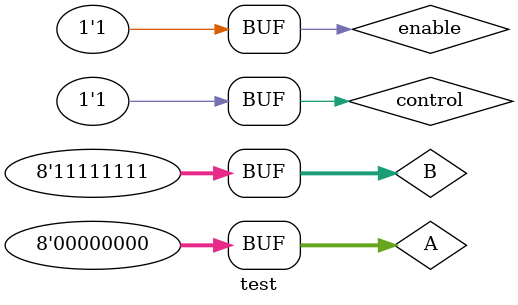
<source format=v>
module EightBitPort ( ControlEnable , GroupControl , BigBus ,SmallBus );
input  ControlEnable , GroupControl;
inout [7:0] BigBus;
inout [7:0] SmallBus;

 assign  SmallBus = (GroupControl && ControlEnable)? BigBus: 8'bzzzzzzzz ;
 assign  BigBus = (!GroupControl && ControlEnable)? SmallBus: 8'bzzzzzzzz ;
endmodule

module test ();

reg enable;
reg control;

 reg [7:0] A ;
 reg [7:0] B ;


initial
begin
$monitor("%b , %b , %b , %b" ,enable , control , A , B);
 enable = 1;
 control = 1;
 A = 8'b00000000;
 B = 8'b11111111;

end

EightBitPort porty (enable,control,A,B );


endmodule 
</source>
